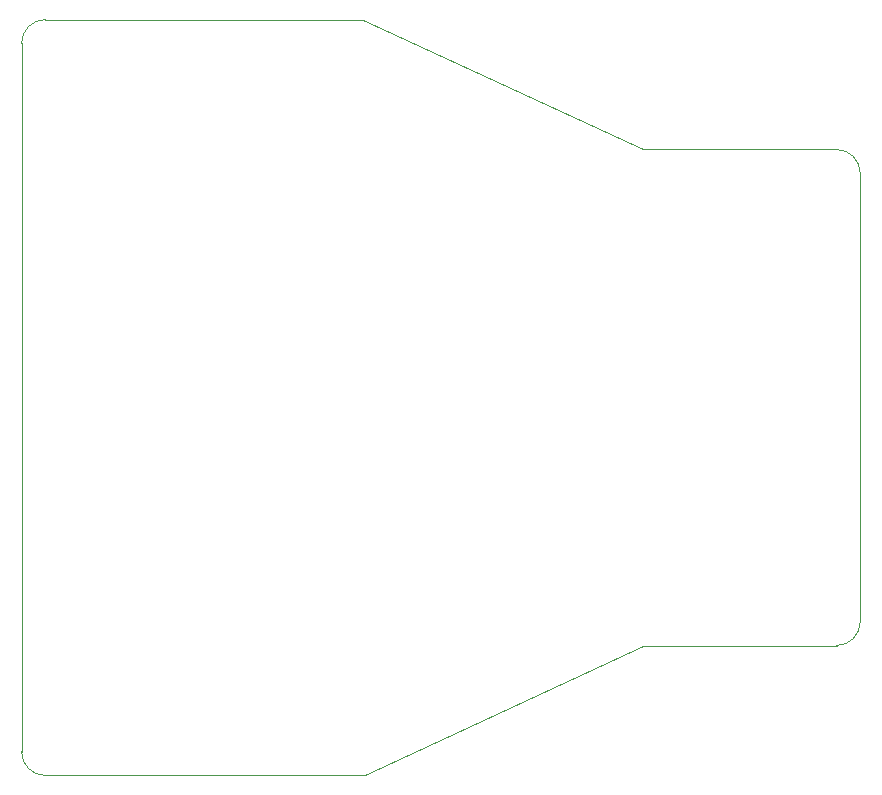
<source format=gbr>
G04 #@! TF.GenerationSoftware,KiCad,Pcbnew,(5.1.2)-2*
G04 #@! TF.CreationDate,2021-01-19T20:41:26+13:00*
G04 #@! TF.ProjectId,DPSwitch,44505377-6974-4636-982e-6b696361645f,rev?*
G04 #@! TF.SameCoordinates,Original*
G04 #@! TF.FileFunction,Profile,NP*
%FSLAX46Y46*%
G04 Gerber Fmt 4.6, Leading zero omitted, Abs format (unit mm)*
G04 Created by KiCad (PCBNEW (5.1.2)-2) date 2021-01-19 20:41:26*
%MOMM*%
%LPD*%
G04 APERTURE LIST*
%ADD10C,0.100000*%
G04 APERTURE END LIST*
D10*
X63400000Y-104500000D02*
G75*
G02X61400000Y-102500000I0J2000000D01*
G01*
X61400000Y-42500000D02*
G75*
G02X63400000Y-40500000I2000000J0D01*
G01*
X130400000Y-51500000D02*
G75*
G02X132400000Y-53500000I0J-2000000D01*
G01*
X132400000Y-91500000D02*
G75*
G02X130400000Y-93500000I-2000000J0D01*
G01*
X114000000Y-51500000D02*
X90300000Y-40500000D01*
X90300000Y-40500000D02*
X63400000Y-40500000D01*
X132400000Y-91500000D02*
X132400000Y-53500000D01*
X114000000Y-93500000D02*
X130400000Y-93500000D01*
X90500000Y-104500000D02*
X114000000Y-93500000D01*
X130400000Y-51500000D02*
X114000000Y-51500000D01*
X63400000Y-104500000D02*
X90500000Y-104500000D01*
X61400000Y-42500000D02*
X61400000Y-102500000D01*
M02*

</source>
